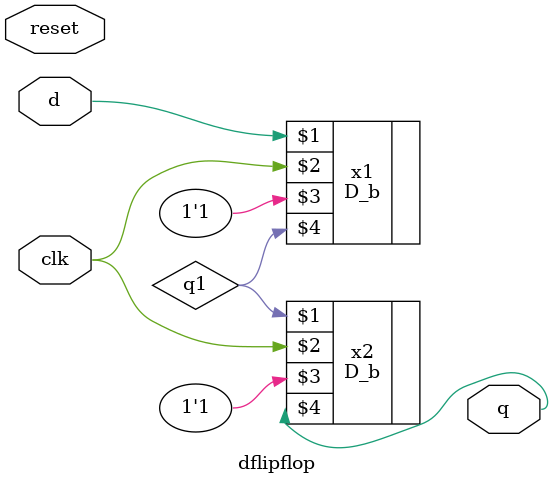
<source format=v>
`include "D_b.v"
module dflipflop(input d,input clk,input reset,output q);
wire q1;
D_b x1(d,clk,1'b1,q1);
D_b x2(q1,clk,1'b1,q);

endmodule
</source>
